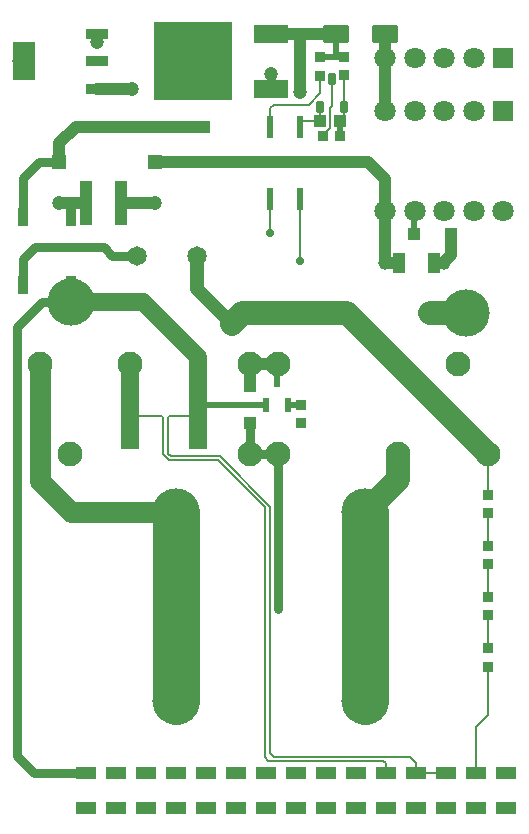
<source format=gbl>
G04*
G04 #@! TF.GenerationSoftware,Altium Limited,Altium Designer,23.0.1 (38)*
G04*
G04 Layer_Physical_Order=2*
G04 Layer_Color=16711680*
%FSTAX44Y44*%
%MOMM*%
G71*
G04*
G04 #@! TF.SameCoordinates,819F8F0F-2E7A-4D06-A50E-73C9B09E9D71*
G04*
G04*
G04 #@! TF.FilePolarity,Positive*
G04*
G01*
G75*
%ADD11C,0.2000*%
%ADD17R,1.8000X1.0000*%
%ADD19C,2.1000*%
%ADD20C,4.0000*%
%ADD21C,1.4000*%
%ADD22C,1.1500*%
%ADD23C,1.2000*%
%ADD24R,1.2000X1.2000*%
%ADD25C,0.7000*%
%ADD26C,1.6500*%
%ADD27C,1.3880*%
%ADD28R,1.8000X1.8000*%
%ADD29C,1.8000*%
%ADD30C,0.5000*%
%ADD31C,0.8000*%
%ADD32C,1.0000*%
%ADD33C,0.8000*%
%ADD34R,6.7000X6.7000*%
%ADD35R,3.0000X1.6000*%
%ADD36R,0.6000X1.2300*%
G04:AMPARAMS|DCode=37|XSize=0.65mm|YSize=1mm|CornerRadius=0.0813mm|HoleSize=0mm|Usage=FLASHONLY|Rotation=0.000|XOffset=0mm|YOffset=0mm|HoleType=Round|Shape=RoundedRectangle|*
%AMROUNDEDRECTD37*
21,1,0.6500,0.8375,0,0,0.0*
21,1,0.4875,1.0000,0,0,0.0*
1,1,0.1625,0.2438,-0.4188*
1,1,0.1625,-0.2438,-0.4188*
1,1,0.1625,-0.2438,0.4188*
1,1,0.1625,0.2438,0.4188*
%
%ADD37ROUNDEDRECTD37*%
%ADD38R,1.8600X3.1900*%
%ADD39R,1.8600X0.9000*%
G04:AMPARAMS|DCode=40|XSize=1.93mm|YSize=0.59mm|CornerRadius=0.0738mm|HoleSize=0mm|Usage=FLASHONLY|Rotation=270.000|XOffset=0mm|YOffset=0mm|HoleType=Round|Shape=RoundedRectangle|*
%AMROUNDEDRECTD40*
21,1,1.9300,0.4425,0,0,270.0*
21,1,1.7825,0.5900,0,0,270.0*
1,1,0.1475,-0.2213,-0.8913*
1,1,0.1475,-0.2213,0.8913*
1,1,0.1475,0.2213,0.8913*
1,1,0.1475,0.2213,-0.8913*
%
%ADD40ROUNDEDRECTD40*%
%ADD41R,0.9900X1.1200*%
%ADD42R,1.6200X3.4000*%
%ADD43R,1.1300X1.7700*%
%ADD44R,0.9300X0.8700*%
%ADD45R,1.1000X3.7000*%
G04:AMPARAMS|DCode=46|XSize=2.17mm|YSize=1.57mm|CornerRadius=0.1963mm|HoleSize=0mm|Usage=FLASHONLY|Rotation=0.000|XOffset=0mm|YOffset=0mm|HoleType=Round|Shape=RoundedRectangle|*
%AMROUNDEDRECTD46*
21,1,2.1700,1.1775,0,0,0.0*
21,1,1.7775,1.5700,0,0,0.0*
1,1,0.3925,0.8888,-0.5888*
1,1,0.3925,-0.8888,-0.5888*
1,1,0.3925,-0.8888,0.5888*
1,1,0.3925,0.8888,0.5888*
%
%ADD46ROUNDEDRECTD46*%
%ADD47R,1.1000X1.0000*%
%ADD48R,0.9000X1.5000*%
%ADD49R,1.1200X0.9900*%
%ADD50R,3.7000X1.1000*%
%ADD51R,0.8700X0.9300*%
%ADD52C,1.5000*%
%ADD53C,1.8000*%
%ADD54C,4.0000*%
%ADD55C,2.0000*%
%ADD56C,0.5000*%
%ADD57C,1.2000*%
%ADD58C,0.9000*%
D11*
X00152214Y00362458D02*
X0015906Y00355612D01*
X0013335Y00330962D02*
Y00361286D01*
X00134522Y00362458D02*
X00152214D01*
X0013335Y00361286D02*
X00134522Y00362458D01*
X00128082Y00362392D02*
X00129318Y00361156D01*
X001087Y00362392D02*
X00128082D01*
X00129318Y00330369D02*
Y00361156D01*
X0013433Y00325358D02*
X00176038D01*
X00215366Y0028603D01*
X00135684Y00328628D02*
X00177393D01*
X00129318Y00330369D02*
X0013433Y00325358D01*
X0013335Y00330962D02*
X00135684Y00328628D01*
X00177393D02*
X00220298Y00285723D01*
X00223266Y00074422D02*
X00338582D01*
X00220298Y0007739D02*
Y00285723D01*
Y0007739D02*
X00223266Y00074422D01*
X00338582D02*
X00343662Y00069342D01*
X00215366Y00073941D02*
Y0028603D01*
X00270597Y00606426D02*
Y00623402D01*
X00272718Y00625524D02*
Y0064827D01*
X00270597Y00623402D02*
X00272718Y00625524D01*
X00215366Y00073941D02*
X00218295Y00071012D01*
X00343662Y00060706D02*
Y00069342D01*
X00318262Y00060706D02*
Y00068706D01*
X00315956Y00071012D02*
X00318262Y00068706D01*
X00218295Y00071012D02*
X00315956D01*
X00343662Y00060706D02*
X00369062D01*
X00394462D02*
Y00099568D01*
X00404368Y00109474D01*
Y00150696D01*
X001016Y00355292D02*
X001087Y00362392D01*
X001016Y00351536D02*
Y00355292D01*
X0015906Y00376428D02*
Y00384048D01*
X00220218Y00607488D02*
Y0062357D01*
X00223012Y00626364D02*
X0025273D01*
X00220218Y0062357D02*
X00223012Y00626364D01*
X0025273D02*
X00262518Y00636152D01*
X00404368Y0029609D02*
Y00330962D01*
X00220218Y0051816D02*
X00220726Y00517652D01*
X0015906Y00351536D02*
Y00355612D01*
X00264418Y00600248D02*
X00270597Y00606426D01*
X00264418Y00599948D02*
Y00600248D01*
X00404368Y0025291D02*
Y0028049D01*
Y0020973D02*
Y0023731D01*
Y00166296D02*
Y0019413D01*
X00245618Y00496112D02*
X00246176Y00495554D01*
X00246888D01*
X00245618Y00496112D02*
Y00546688D01*
X00220218Y0051816D02*
Y00546688D01*
X00282918Y0062427D02*
Y00651326D01*
X00262518Y00636152D02*
Y00650826D01*
X00282918Y00616223D02*
Y0062427D01*
X00279518Y00612822D02*
X00282918Y00616223D01*
X00262518Y00612822D02*
Y0062427D01*
X00245618Y00612822D02*
X00262518D01*
D17*
X00419862Y00060706D02*
D03*
Y00030706D02*
D03*
X00394462Y00060706D02*
D03*
Y00030706D02*
D03*
X00369062D02*
D03*
Y00060706D02*
D03*
X00343662D02*
D03*
Y00030706D02*
D03*
X00318262Y00060706D02*
D03*
Y00030706D02*
D03*
X00292862Y00060706D02*
D03*
Y00030706D02*
D03*
X00267462Y00060706D02*
D03*
Y00030706D02*
D03*
X00242062Y00060706D02*
D03*
Y00030706D02*
D03*
X00216662Y00060706D02*
D03*
Y00030706D02*
D03*
X00191262Y00060706D02*
D03*
Y00030706D02*
D03*
X00165862Y00060706D02*
D03*
Y00030706D02*
D03*
X00140462Y00060706D02*
D03*
Y00030706D02*
D03*
X00115062Y00060706D02*
D03*
Y00030706D02*
D03*
X00089662Y00060706D02*
D03*
Y00030706D02*
D03*
X00064262Y00060706D02*
D03*
Y00030706D02*
D03*
D19*
X002032Y00407162D02*
D03*
Y00330962D02*
D03*
X001016Y00407162D02*
D03*
X000254D02*
D03*
X000508Y00330962D02*
D03*
X00226568D02*
D03*
Y00407162D02*
D03*
X00328168Y00330962D02*
D03*
X00404368D02*
D03*
X00378968Y00407162D02*
D03*
D20*
X00140726Y00121422D02*
D03*
X00300726Y00281422D02*
D03*
Y00121422D02*
D03*
X00140726Y00281422D02*
D03*
X00051742Y00459088D02*
D03*
X00385934Y00450088D02*
D03*
D21*
X0018736Y00441088D02*
D03*
X0011236Y00459088D02*
D03*
D22*
X00366992Y00492506D02*
D03*
X00316992D02*
D03*
D23*
X00122936Y0054285D02*
D03*
X00041148Y00542824D02*
D03*
X0024511Y00637032D02*
D03*
X00171958Y00679256D02*
D03*
X00073168D02*
D03*
X00103124Y0063994D02*
D03*
X00221062Y00652018D02*
D03*
D24*
X00122936Y0057785D02*
D03*
X00041148Y00577824D02*
D03*
D25*
X00040247Y00447953D02*
D03*
X0003574Y00459342D02*
D03*
X00040606Y00470583D02*
D03*
X00051996Y0047509D02*
D03*
X00063237Y00470224D02*
D03*
X00067744Y00458834D02*
D03*
X00062877Y00447593D02*
D03*
X00051488Y00443086D02*
D03*
X0037444Y00438953D02*
D03*
X00369932Y00450342D02*
D03*
X00374799Y00461582D02*
D03*
X00386188Y0046609D02*
D03*
X00397429Y00461223D02*
D03*
X00401936Y00449834D02*
D03*
X0039707Y00438593D02*
D03*
X0038568Y00434086D02*
D03*
X00272718Y0064827D02*
D03*
X00245618Y00493802D02*
D03*
X00220218Y00517424D02*
D03*
D26*
X00106934Y00498602D02*
D03*
X00157734D02*
D03*
D27*
X00355346Y00450088D02*
D03*
X00207264D02*
D03*
D28*
X00417284Y00666284D02*
D03*
Y00621284D02*
D03*
D29*
X00392284Y00666284D02*
D03*
X00367284D02*
D03*
X00342284D02*
D03*
X00317284D02*
D03*
X00392284Y00621284D02*
D03*
X00367284D02*
D03*
X00342284D02*
D03*
X00317284D02*
D03*
Y00536184D02*
D03*
X00342284D02*
D03*
X00367284D02*
D03*
X00392284D02*
D03*
X00417284D02*
D03*
D30*
X00226822Y00199136D02*
D03*
X00246126Y0035701D02*
D03*
X00216662Y00060706D02*
D03*
X00064262D02*
D03*
X00191262D02*
D03*
X00242062D02*
D03*
X00318262D02*
D03*
X00343662D02*
D03*
X00369062D02*
D03*
X00394462D02*
D03*
X00419862Y00030706D02*
D03*
D31*
X002032Y00330962D02*
Y00356827D01*
Y00330962D02*
X00226568D01*
X00006Y00075026D02*
Y00438308D01*
X00226568Y0019939D02*
X00226822Y00199136D01*
X00226568Y0019939D02*
Y00330962D01*
X0003574Y00459088D02*
X00051742D01*
X0002678D02*
X0003574D01*
X0002032Y00060706D02*
X00064262D01*
X00006Y00075026D02*
X0002032Y00060706D01*
X00006Y00438308D02*
X0002678Y00459088D01*
X00086106Y00498602D02*
X00106934D01*
X00079248Y0050546D02*
X00086106Y00498602D01*
X00020574Y0050546D02*
X00079248D01*
X00010742Y00495628D02*
X00020574Y0050546D01*
X00010742Y00473686D02*
Y00495628D01*
Y00530886D02*
Y00532918D01*
Y00564462D01*
X00024104Y00577824D01*
X00041148D01*
X00051742Y00530886D02*
Y00532918D01*
Y00542824D01*
X00221062Y0063994D02*
Y00652018D01*
D32*
X002032Y00388227D02*
Y00407162D01*
X00226568D01*
X00221132Y0068587D02*
X0024511D01*
Y006858D02*
X00275984D01*
X00221062Y0068594D02*
X00221132Y0068587D01*
X0024511Y00637032D02*
Y006858D01*
X00373078Y00498998D02*
Y0051689D01*
X00366992Y00492912D02*
X00373078Y00498998D01*
X00366992Y00492506D02*
Y00492912D01*
X00122936Y0057785D02*
X00122949Y00577837D01*
X00150101D01*
X00150114Y00577824D01*
X0009402Y0054285D02*
X00122936D01*
X00093994Y00542824D02*
X0009402Y0054285D01*
X00358616Y00492506D02*
X00366992D01*
X00316992D02*
Y00535892D01*
X00317284Y00536184D02*
Y00563842D01*
X00316992Y00492506D02*
X00328708D01*
X00041148Y00577824D02*
Y00593598D01*
X00055374Y00607824D02*
X00150114D01*
X00041148Y00593598D02*
X00055374Y00607824D01*
X00051742Y00542824D02*
X00063994D01*
X00041148D02*
X00051742D01*
X00150114Y00577824D02*
X00303302D01*
X00317284Y00563842D01*
X00073168Y0063994D02*
X00103124D01*
X00317284Y00621284D02*
Y00666284D01*
Y006858D01*
D33*
X00006Y0066294D02*
D03*
D34*
X00154562D02*
D03*
D35*
X00221062Y0068594D02*
D03*
Y0063994D02*
D03*
D36*
X00216458Y0037211D02*
D03*
X00235458D02*
D03*
X00225958Y0039331D02*
D03*
D37*
X00272718Y0064827D02*
D03*
X00282918Y0062427D02*
D03*
X00262518D02*
D03*
D38*
X00011668Y0066294D02*
D03*
D39*
X00073168Y0063994D02*
D03*
Y0066294D02*
D03*
Y0068594D02*
D03*
D40*
X00220218Y00607488D02*
D03*
X00245618D02*
D03*
Y00546688D02*
D03*
X00220218D02*
D03*
D41*
X002032Y00356827D02*
D03*
Y00388227D02*
D03*
D42*
X0015906Y00351536D02*
D03*
X001016D02*
D03*
X0015906Y00384048D02*
D03*
X001016D02*
D03*
D43*
X00358362Y00492252D02*
D03*
X00328962D02*
D03*
D44*
X00246126Y0035701D02*
D03*
Y0037211D02*
D03*
X00404368Y0028049D02*
D03*
Y0029609D02*
D03*
X00262518Y00666426D02*
D03*
Y00650826D02*
D03*
X00282918Y00651326D02*
D03*
Y00666426D02*
D03*
X00404368Y0025291D02*
D03*
Y0023731D02*
D03*
Y00150696D02*
D03*
Y00166296D02*
D03*
Y0019413D02*
D03*
Y0020973D02*
D03*
D45*
X00063994Y00542824D02*
D03*
X00093994D02*
D03*
D46*
X00275984Y006858D02*
D03*
X00317284D02*
D03*
D47*
X00262518Y00612822D02*
D03*
X00279518D02*
D03*
D48*
X00051742Y00473686D02*
D03*
X00010742Y00530886D02*
D03*
X00051742D02*
D03*
X00010742Y00473686D02*
D03*
D49*
X00373078Y0051689D02*
D03*
X00341678D02*
D03*
D50*
X00150114Y00607824D02*
D03*
Y00577824D02*
D03*
D51*
X00264418Y00599948D02*
D03*
X00279518D02*
D03*
D52*
X001016Y00384048D02*
Y00407162D01*
Y00362392D02*
Y00384048D01*
X0015906Y00362712D02*
Y00376428D01*
Y00384048D02*
Y00412388D01*
X00067744Y00459088D02*
X0011236D01*
X0015906Y00355612D02*
Y00362712D01*
X0011236Y00459088D02*
X0015906Y00412388D01*
X001016Y00351536D02*
Y00362392D01*
D53*
X000254Y00307848D02*
Y00407162D01*
Y00307848D02*
X00051826Y00281422D01*
X00140726D01*
D54*
Y00121422D02*
Y00281422D01*
X00300726Y00121422D02*
Y00281422D01*
D55*
X00328168Y00308864D02*
Y00330962D01*
X00300726Y00281422D02*
X00328168Y00308864D01*
X0019636Y00450088D02*
X00285242D01*
X0018736Y00441088D02*
X0019636Y00450088D01*
X00285242D02*
X00404368Y00330962D01*
X00355346Y00450088D02*
X00385934D01*
D56*
X00235458Y0037211D02*
X00246126D01*
X0016287Y003739D02*
Y00380238D01*
Y003739D02*
X0016466Y0037211D01*
X00216458D01*
X0015906Y00384048D02*
X0016287Y00380238D01*
X00225958Y0039331D02*
X00226263Y00393615D01*
Y00406857D01*
X00226568Y00407162D01*
X00341678Y0051689D02*
X00341981Y00517193D01*
Y00535881D01*
X00342284Y00536184D01*
X00262518Y00666426D02*
X00282918D01*
X00279518Y00599948D02*
Y00612822D01*
X00275984Y0066675D02*
Y006858D01*
D57*
X00157734Y00470714D02*
X0018736Y00441088D01*
X00157734Y00470714D02*
Y00498602D01*
D58*
X00073168Y00679256D02*
Y0068594D01*
M02*

</source>
